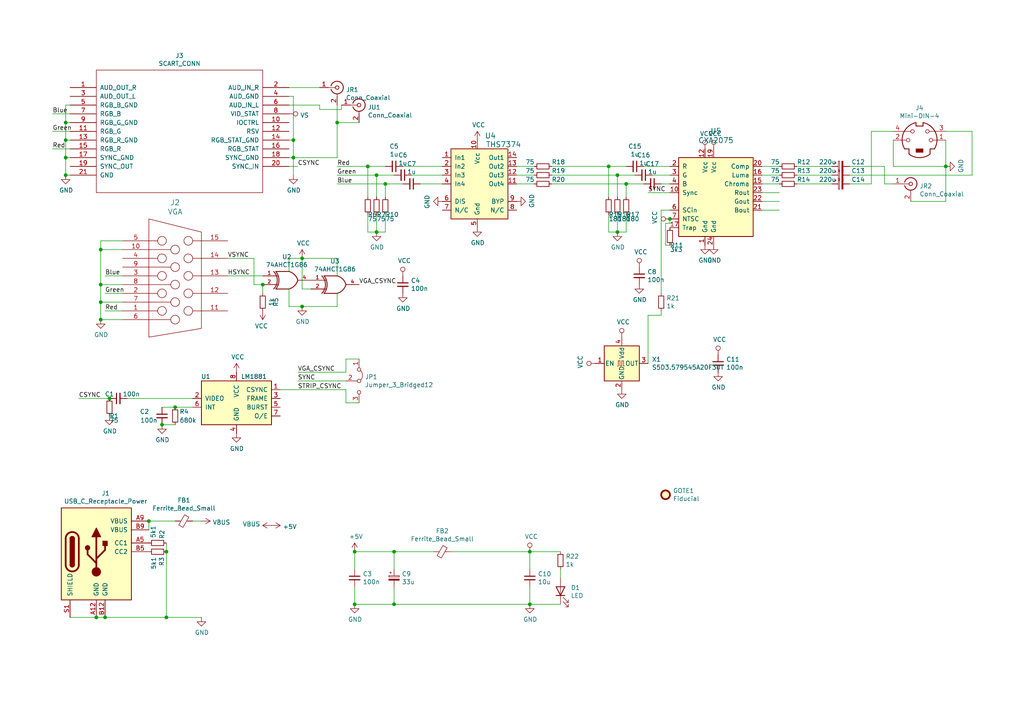
<source format=kicad_sch>
(kicad_sch (version 20231120) (generator "eeschema") (generator_version "8.0")
  (paper "A4")
  (title_block (title "VGA/SCART to NTSC converter") (date "2019-04-28") (rev "1") (company "Wakaba video") (comment 1 " "))
  (lib_symbols
    (symbol "rgbntsc-rescue:+5V-power" (power) (pin_names (offset 0))
      (property "Value" "+5V-power" (at 0 3.556 0))
      (symbol "+5V-power_1_1"
        (pin power_in line (at 0 0 90) (length 0) hide (name "+5V") (number "1"))
      )
    )
    (symbol "rgbntsc-rescue:74AHC1G86-74xGxx" (pin_names (offset 1.016))
      (property "Reference" "U" (at -2.54 3.81 0))
      (property "Value" "74AHC1G86-74xGxx" (at 0 -3.81 0))
      (symbol "74AHC1G86-74xGxx_1_1"
        (pin input line (at -7.62 1.27 0) (length 3.81) (name "~") (number "1"))
        (pin input line (at -7.62 -1.27 0) (length 3.81) (name "~") (number "2"))
        (pin power_in line (at 0 -2.54 270) (length 0) hide (name "GND") (number "3"))
        (pin output line (at 6.35 0 180) (length 3.81) (name "~") (number "4"))
        (pin power_in line (at 0 2.54 90) (length 0) hide (name "VCC") (number "5"))
      )
    )
    (symbol "rgbntsc-rescue:ASE-xxxMHz-Oscillator" (pin_names (offset 0.254))
      (property "Reference" "X" (at -5.08 6.35 0))
      (property "Value" "ASE-xxxMHz-Oscillator" (at 1.27 -6.35 0))
      (symbol "ASE-xxxMHz-Oscillator_1_1"
        (pin input line (at -7.62 0 0) (length 2.54) (name "EN") (number "1"))
        (pin power_in line (at 0 -7.62 90) (length 2.54) (name "GND") (number "2"))
        (pin output line (at 7.62 0 180) (length 2.54) (name "OUT") (number "3"))
        (pin power_in line (at 0 7.62 270) (length 2.54) (name "Vdd") (number "4"))
      )
    )
    (symbol "rgbntsc-rescue:CP_Small-Device" (pin_numbers hide) (pin_names (offset 0.254) hide)
      (property "Reference" "C" (at 0.254 1.778 0))
      (property "Value" "CP_Small-Device" (at 0.254 -2.032 0))
      (symbol "CP_Small-Device_1_1"
        (pin passive line (at 0 2.54 270) (length 1.8542) (name "~") (number "1"))
        (pin passive line (at 0 -2.54 90) (length 1.8542) (name "~") (number "2"))
      )
    )
    (symbol "rgbntsc-rescue:CXA2075-Videobits" (pin_names (offset 1.016))
      (property "Reference" "U" (at -3.81 6.35 0))
      (property "Value" "CXA2075-Videobits" (at 15.24 6.35 0))
      (symbol "CXA2075-Videobits_0_1"
        (pin power_in line (at 5.08 -20.32 90) (length 2.54) (name "Gnd") (number "1"))
        (pin input line (at -5.08 -5.08 0) (length 2.54) (name "Sync") (number "10"))
        (pin power_in line (at 5.08 7.62 270) (length 2.54) (name "Vcc") (number "12"))
        (pin output line (at 21.59 -2.54 180) (length 2.54) (name "Chroma") (number "15"))
        (pin output line (at 21.59 0 180) (length 2.54) (name "Luma") (number "16"))
        (pin input line (at -5.08 -15.24 0) (length 2.54) (name "Trap") (number "17"))
        (pin power_in line (at 7.62 7.62 270) (length 2.54) (name "Vcc") (number "19"))
        (pin input line (at -5.08 2.54 0) (length 2.54) (name "R") (number "2"))
        (pin output line (at 21.59 2.54 180) (length 2.54) (name "Comp") (number "20"))
        (pin output line (at 21.59 -10.16 180) (length 2.54) (name "Bout") (number "21"))
        (pin output line (at 21.59 -7.62 180) (length 2.54) (name "Gout") (number "22"))
        (pin output line (at 21.59 -5.08 180) (length 2.54) (name "Rout") (number "23"))
        (pin power_in line (at 7.62 -20.32 90) (length 2.54) (name "Gnd") (number "24"))
        (pin input line (at -5.08 0 0) (length 2.54) (name "G") (number "3"))
        (pin input line (at -5.08 -2.54 0) (length 2.54) (name "B") (number "4"))
        (pin input line (at -5.08 -10.16 0) (length 2.54) (name "SCin") (number "6"))
        (pin input line (at -5.08 -12.7 0) (length 2.54) (name "NTSC") (number "7"))
      )
    )
    (symbol "rgbntsc-rescue:C_Small-Device" (pin_numbers hide) (pin_names (offset 0.254) hide)
      (property "Reference" "C" (at 0.254 1.778 0))
      (property "Value" "C_Small-Device" (at 0.254 -2.032 0))
      (symbol "C_Small-Device_1_1"
        (pin passive line (at 0 2.54 270) (length 2.032) (name "~") (number "1"))
        (pin passive line (at 0 -2.54 90) (length 2.032) (name "~") (number "2"))
      )
    )
    (symbol "rgbntsc-rescue:Conn_Coaxial-Connector" (pin_names (offset 1.016) hide)
      (property "Reference" "J" (at 0.254 3.048 0))
      (property "Value" "Conn_Coaxial-Connector" (at 2.921 0 90))
      (symbol "Conn_Coaxial-Connector_1_1"
        (pin passive line (at -5.08 0 0) (length 2.54) (name "In") (number "1"))
        (pin passive line (at 0 -5.08 90) (length 2.54) (name "Ext") (number "2"))
      )
    )
    (symbol "rgbntsc-rescue:Ferrite_Bead_Small-Device" (pin_numbers hide) (pin_names (offset 0))
      (property "Reference" "FB" (at 1.905 1.27 0))
      (property "Value" "Ferrite_Bead_Small-Device" (at 1.905 -1.27 0))
      (symbol "Ferrite_Bead_Small-Device_1_1"
        (pin passive line (at 0 2.54 270) (length 1.27) (name "~") (number "1"))
        (pin passive line (at 0 -2.54 90) (length 1.27) (name "~") (number "2"))
      )
    )
    (symbol "rgbntsc-rescue:Fiducial-Mechanical"
      (property "Reference" "FID" (at 0 5.08 0))
      (property "Value" "Fiducial-Mechanical" (at 0 3.175 0))
    )
    (symbol "rgbntsc-rescue:GND-power" (power) (pin_names (offset 0))
      (property "Value" "GND-power" (at 0 -3.81 0))
      (symbol "GND-power_1_1"
        (pin power_in line (at 0 0 270) (length 0) hide (name "GND") (number "1"))
      )
    )
    (symbol "rgbntsc-rescue:Jumper_3_Bridged12-Jumper" (pin_names (offset 0) hide)
      (property "Reference" "JP" (at -2.54 -2.54 0))
      (property "Value" "Jumper_3_Bridged12-Jumper" (at 0 2.794 0))
      (symbol "Jumper_3_Bridged12-Jumper_1_1"
        (pin passive line (at -6.35 0 0) (length 2.54) (name "A") (number "1"))
        (pin input line (at 0 -3.81 90) (length 2.54) (name "C") (number "2"))
        (pin passive line (at 6.35 0 180) (length 2.54) (name "B") (number "3"))
      )
    )
    (symbol "rgbntsc-rescue:LED-Device" (pin_numbers hide) (pin_names (offset 1.016) hide)
      (property "Reference" "D" (at 0 2.54 0))
      (property "Value" "LED-Device" (at 0 -2.54 0))
      (symbol "LED-Device_1_1"
        (pin passive line (at -3.81 0 0) (length 2.54) (name "K") (number "1"))
        (pin passive line (at 3.81 0 180) (length 2.54) (name "A") (number "2"))
      )
    )
    (symbol "rgbntsc-rescue:LM1881-Video" (pin_names (offset 1.016))
      (property "Reference" "U" (at -8.89 8.89 0))
      (property "Value" "LM1881-Video" (at 6.35 8.89 0))
      (symbol "LM1881-Video_1_1"
        (pin output line (at 12.7 5.08 180) (length 2.54) (name "CSYNC") (number "1"))
        (pin input line (at -12.7 2.54 0) (length 2.54) (name "VIDEO") (number "2"))
        (pin output line (at 12.7 2.54 180) (length 2.54) (name "FRAME") (number "3"))
        (pin power_in line (at 0 -7.62 90) (length 2.54) (name "GND") (number "4"))
        (pin output line (at 12.7 0 180) (length 2.54) (name "BURST") (number "5"))
        (pin input line (at -12.7 0 0) (length 2.54) (name "INT") (number "6"))
        (pin output line (at 12.7 -2.54 180) (length 2.54) (name "O/E") (number "7"))
        (pin power_in line (at 0 10.16 270) (length 2.54) (name "VCC") (number "8"))
      )
    )
    (symbol "rgbntsc-rescue:Mini-DIN-4-Connector" (pin_names (offset 1.016))
      (property "Reference" "J" (at 0 6.35 0))
      (property "Value" "Mini-DIN-4-Connector" (at 0 -6.35 0))
      (symbol "Mini-DIN-4-Connector_1_1"
        (pin passive line (at 7.62 0 180) (length 2.54) (name "~") (number "1"))
        (pin passive line (at -7.62 0 0) (length 2.54) (name "~") (number "2"))
        (pin passive line (at 7.62 2.54 180) (length 2.54) (name "~") (number "3"))
        (pin passive line (at -7.62 2.54 0) (length 2.54) (name "~") (number "4"))
      )
    )
    (symbol "rgbntsc-rescue:R_Small-Device" (pin_numbers hide) (pin_names (offset 0.254) hide)
      (property "Reference" "R" (at 0.762 0.508 0))
      (property "Value" "R_Small-Device" (at 0.762 -1.016 0))
      (symbol "R_Small-Device_1_1"
        (pin passive line (at 0 2.54 270) (length 0.762) (name "~") (number "1"))
        (pin passive line (at 0 -2.54 90) (length 0.762) (name "~") (number "2"))
      )
    )
    (symbol "rgbntsc-rescue:SCART_CONN-ossc" (pin_names (offset 1.016))
      (property "Reference" "U" (at 0 -2.54 0))
      (property "Value" "SCART_CONN-ossc" (at 0 2.54 0))
      (symbol "SCART_CONN-ossc_1_1"
        (pin input line (at -31.75 12.7 0) (length 7.62) (name "AUD_OUT_R") (number "1"))
        (pin output line (at 31.75 2.54 180) (length 7.62) (name "IOCTRL") (number "10"))
        (pin output line (at -31.75 0 0) (length 7.62) (name "RGB_G") (number "11"))
        (pin output line (at 31.75 0 180) (length 7.62) (name "RSV") (number "12"))
        (pin power_in line (at -31.75 -2.54 0) (length 7.62) (name "RGB_R_GND") (number "13"))
        (pin power_in line (at 31.75 -2.54 180) (length 7.62) (name "RGB_STAT_GND") (number "14"))
        (pin output line (at -31.75 -5.08 0) (length 7.62) (name "RGB_R") (number "15"))
        (pin output line (at 31.75 -5.08 180) (length 7.62) (name "RGB_STAT") (number "16"))
        (pin output line (at -31.75 -7.62 0) (length 7.62) (name "SYNC_GND") (number "17"))
        (pin output line (at 31.75 -7.62 180) (length 7.62) (name "SYNC_GND") (number "18"))
        (pin input line (at -31.75 -10.16 0) (length 7.62) (name "SYNC_OUT") (number "19"))
        (pin output line (at 31.75 12.7 180) (length 7.62) (name "AUD_IN_R") (number "2"))
        (pin output line (at 31.75 -10.16 180) (length 7.62) (name "SYNC_IN") (number "20"))
        (pin power_in line (at -31.75 -12.7 0) (length 7.62) (name "GND") (number "21"))
        (pin input line (at -31.75 10.16 0) (length 7.62) (name "AUD_OUT_L") (number "3"))
        (pin power_in line (at 31.75 10.16 180) (length 7.62) (name "AUD_GND") (number "4"))
        (pin power_in line (at -31.75 7.62 0) (length 7.62) (name "RGB_B_GND") (number "5"))
        (pin output line (at 31.75 7.62 180) (length 7.62) (name "AUD_IN_L") (number "6"))
        (pin output line (at -31.75 5.08 0) (length 7.62) (name "RGB_B") (number "7"))
        (pin output line (at 31.75 5.08 180) (length 7.62) (name "VID_STAT") (number "8"))
        (pin power_in line (at -31.75 2.54 0) (length 7.62) (name "RGB_G_GND") (number "9"))
      )
    )
    (symbol "rgbntsc-rescue:THS7374-Videobits" (pin_names (offset 1.016))
      (property "Reference" "U" (at -3.81 6.35 0))
      (property "Value" "Videobits_THS7374" (at 6.35 6.35 0))
      (symbol "THS7374-Videobits_0_1"
        (pin input line (at -5.08 2.54 0) (length 2.54) (name "In1") (number "1"))
        (pin power_in line (at 5.08 7.62 270) (length 2.54) (name "Vcc") (number "10"))
        (pin output line (at 16.51 -5.08 180) (length 2.54) (name "Out4") (number "11"))
        (pin output line (at 16.51 -2.54 180) (length 2.54) (name "Out3") (number "12"))
        (pin output line (at 16.51 0 180) (length 2.54) (name "Out2") (number "13"))
        (pin output line (at 16.51 2.54 180) (length 2.54) (name "Out1") (number "14"))
        (pin input line (at -5.08 0 0) (length 2.54) (name "In2") (number "2"))
        (pin input line (at -5.08 -2.54 0) (length 2.54) (name "In3") (number "3"))
        (pin input line (at -5.08 -5.08 0) (length 2.54) (name "In4") (number "4"))
        (pin power_in line (at 5.08 -17.78 90) (length 2.54) (name "Gnd") (number "5"))
        (pin input line (at -5.08 -10.16 0) (length 2.54) (name "DIS") (number "6"))
        (pin passive line (at -5.08 -12.7 0) (length 2.54) (name "N/C") (number "7"))
        (pin passive line (at 16.51 -12.7 180) (length 2.54) (name "N/C") (number "8"))
        (pin input line (at 16.51 -10.16 180) (length 2.54) (name "BYP") (number "9"))
      )
    )
    (symbol "rgbntsc-rescue:USB_C_Receptacle_Power-Videobits" (pin_names (offset 1.016))
      (property "Reference" "J" (at -10.16 10.16 0))
      (property "Value" "USB_C_Receptacle_Power-Videobits" (at 19.05 10.16 0))
      (symbol "USB_C_Receptacle_Power-Videobits_1_1"
        (pin power_out line (at 0 -22.86 90) (length 5.08) (name "GND") (number "A12"))
        (pin bidirectional line (at 15.24 -1.27 180) (length 5.08) (name "CC1") (number "A5"))
        (pin power_out line (at 15.24 5.08 180) (length 5.08) (name "VBUS") (number "A9"))
        (pin power_out line (at 2.54 -22.86 90) (length 5.08) (name "GND") (number "B12"))
        (pin bidirectional line (at 15.24 -3.81 180) (length 5.08) (name "CC2") (number "B5"))
        (pin power_out line (at 15.24 2.54 180) (length 5.08) (name "VBUS") (number "B9"))
        (pin passive line (at -7.62 -22.86 90) (length 5.08) (name "SHIELD") (number "S1"))
      )
    )
    (symbol "rgbntsc-rescue:VBUS-power" (power) (pin_names (offset 0))
      (property "Value" "VBUS-power" (at 0 3.81 0))
      (symbol "VBUS-power_1_1"
        (pin power_in line (at 0 0 90) (length 0) hide (name "VBUS") (number "1"))
      )
    )
    (symbol "rgbntsc-rescue:VCC-converted" (power) (pin_names (offset 0))
      (property "Value" "VCC-converted" (at 0 3.81 0))
      (symbol "VCC-converted_1_1"
        (pin power_in line (at 0 0 90) (length 0) hide (name "VCC") (number "1"))
      )
    )
    (symbol "rgbntsc-rescue:VCC-power" (power) (pin_names (offset 0))
      (property "Value" "VCC-power" (at 0 3.81 0))
      (symbol "VCC-power_1_1"
        (pin power_in line (at 0 0 90) (length 0) hide (name "VCC") (number "1"))
      )
    )
    (symbol "rgbntsc-rescue:VGA-ossc" (pin_names (offset 0) hide)
      (property "Reference" "J" (at -6.35 20.32 0))
      (property "Value" "VGA-ossc" (at 0 -19.05 0))
      (symbol "VGA-ossc_1_1"
        (pin output line (at -15.24 -8.89 0) (length 7.62) (name "RED") (number "1"))
        (pin input line (at -15.24 8.89 0) (length 7.62) (name "GND_VSYNC") (number "10"))
        (pin input line (at 15.24 -8.89 180) (length 7.62) (name "ID0/RES") (number "11"))
        (pin input line (at 15.24 -3.81 180) (length 7.62) (name "ID1/SDA") (number "12"))
        (pin output line (at 15.24 1.27 180) (length 7.62) (name "HSYNC") (number "13"))
        (pin output line (at 15.24 6.35 180) (length 7.62) (name "VSYNC") (number "14"))
        (pin input line (at 15.24 11.43 180) (length 7.62) (name "ID3/SCL") (number "15"))
        (pin output line (at -15.24 -3.81 0) (length 7.62) (name "GREEN") (number "2"))
        (pin output line (at -15.24 1.27 0) (length 7.62) (name "BLUE") (number "3"))
        (pin input line (at -15.24 6.35 0) (length 7.62) (name "ID2/RES") (number "4"))
        (pin input line (at -15.24 11.43 0) (length 7.62) (name "GND_HSYNC") (number "5"))
        (pin input line (at -15.24 -11.43 0) (length 7.62) (name "RED_RTN") (number "6"))
        (pin input line (at -15.24 -6.35 0) (length 7.62) (name "GREEN_RTN") (number "7"))
        (pin input line (at -15.24 -1.27 0) (length 7.62) (name "BLUE_RTN") (number "8"))
        (pin input line (at -15.24 3.81 0) (length 7.62) (name "KEY/PWR") (number "9"))
      )
    )
    (symbol "rgbntsc-rescue:VS-power" (power) (pin_names (offset 0))
      (property "Value" "VS-power" (at 0 3.81 0))
      (symbol "VS-power_1_1"
        (pin power_in line (at 0 0 90) (length 0) hide (name "VS") (number "1"))
      )
    )
  )
  (junction (at 76.2 82.55))
  (junction (at 87.63 74.93))
  (junction (at 29.21 92.71))
  (junction (at 50.8 118.11))
  (junction (at 106.68 48.26))
  (junction (at 48.26 179.07))
  (junction (at 85.09 45.72))
  (junction (at 27.94 179.07))
  (junction (at 97.79 35.56))
  (junction (at 19.05 50.8))
  (junction (at 43.18 151.13))
  (junction (at 181.61 53.34))
  (junction (at 179.07 67.31))
  (junction (at 29.21 87.63))
  (junction (at 176.53 48.26))
  (junction (at 87.63 88.9))
  (junction (at 194.31 63.5))
  (junction (at 114.3 160.02))
  (junction (at 19.05 45.72))
  (junction (at 46.99 123.19))
  (junction (at 109.22 50.8))
  (junction (at 109.22 67.31))
  (junction (at 31.75 115.57))
  (junction (at 48.26 160.02))
  (junction (at 153.67 175.26))
  (junction (at 29.21 72.39))
  (junction (at 19.05 40.64))
  (junction (at 30.48 179.07))
  (junction (at 153.67 160.02))
  (junction (at 29.21 82.55))
  (junction (at 102.87 175.26))
  (junction (at 274.32 48.26))
  (junction (at 114.3 175.26))
  (junction (at 19.05 35.56))
  (junction (at 85.09 40.64))
  (junction (at 102.87 160.02))
  (junction (at 179.07 50.8))
  (junction (at 111.76 53.34))
  (wire (pts (xy 81.28 113.03) (xy 100.33 113.03)))
  (wire (pts (xy 29.21 82.55) (xy 35.56 82.55)))
  (wire (pts (xy 256.54 53.34) (xy 259.08 53.34)))
  (wire (pts (xy 100.33 116.84) (xy 100.33 113.03)))
  (wire (pts (xy 99.06 31.75) (xy 92.71 31.75)))
  (wire (pts (xy 109.22 62.23) (xy 109.22 67.31)))
  (wire (pts (xy 130.81 160.02) (xy 153.67 160.02)))
  (wire (pts (xy 259.08 48.26) (xy 259.08 40.64)))
  (wire (pts (xy 20.32 43.18) (xy 15.24 43.18)))
  (wire (pts (xy 100.33 107.95) (xy 100.33 104.14)))
  (wire (pts (xy 102.87 170.18) (xy 102.87 175.26)))
  (wire (pts (xy 102.87 175.26) (xy 114.3 175.26)))
  (wire (pts (xy 187.96 91.44) (xy 191.77 91.44)))
  (wire (pts (xy 274.32 40.64) (xy 274.32 48.26)))
  (wire (pts (xy 27.94 179.07) (xy 30.48 179.07)))
  (wire (pts (xy 29.21 87.63) (xy 35.56 87.63)))
  (wire (pts (xy 50.8 118.11) (xy 55.88 118.11)))
  (wire (pts (xy 46.99 118.11) (xy 50.8 118.11)))
  (wire (pts (xy 274.32 48.26) (xy 259.08 48.26)))
  (wire (pts (xy 193.04 64.77) (xy 193.04 71.12)))
  (wire (pts (xy 106.68 67.31) (xy 109.22 67.31)))
  (wire (pts (xy 48.26 179.07) (xy 58.42 179.07)))
  (wire (pts (xy 83.82 74.93) (xy 83.82 78.74)))
  (wire (pts (xy 76.2 82.55) (xy 76.2 85.09)))
  (wire (pts (xy 55.88 151.13) (xy 58.42 151.13)))
  (wire (pts (xy 109.22 57.15) (xy 109.22 50.8)))
  (wire (pts (xy 97.79 48.26) (xy 106.68 48.26)))
  (wire (pts (xy 19.05 50.8) (xy 20.32 50.8)))
  (wire (pts (xy 97.79 30.48) (xy 97.79 35.56)))
  (wire (pts (xy 160.02 48.26) (xy 176.53 48.26)))
  (wire (pts (xy 15.24 33.02) (xy 20.32 33.02)))
  (wire (pts (xy 97.79 35.56) (xy 97.79 45.72)))
  (wire (pts (xy 97.79 80.01) (xy 97.79 74.93)))
  (wire (pts (xy 29.21 69.85) (xy 29.21 72.39)))
  (wire (pts (xy 43.18 153.67) (xy 43.18 151.13)))
  (wire (pts (xy 231.14 53.34) (xy 241.3 53.34)))
  (wire (pts (xy 187.96 105.41) (xy 187.96 91.44)))
  (wire (pts (xy 87.63 88.9) (xy 97.79 88.9)))
  (wire (pts (xy 179.07 62.23) (xy 179.07 67.31)))
  (wire (pts (xy 19.05 45.72) (xy 20.32 45.72)))
  (wire (pts (xy 226.06 50.8) (xy 220.98 50.8)))
  (wire (pts (xy 181.61 53.34) (xy 186.69 53.34)))
  (wire (pts (xy 176.53 67.31) (xy 179.07 67.31)))
  (wire (pts (xy 252.73 53.34) (xy 252.73 38.1)))
  (wire (pts (xy 29.21 87.63) (xy 29.21 92.71)))
  (wire (pts (xy 86.36 48.26) (xy 83.82 48.26)))
  (wire (pts (xy 176.53 57.15) (xy 176.53 48.26)))
  (wire (pts (xy 162.56 165.1) (xy 162.56 167.64)))
  (wire (pts (xy 111.76 53.34) (xy 111.76 57.15)))
  (wire (pts (xy 97.79 53.34) (xy 111.76 53.34)))
  (wire (pts (xy 106.68 62.23) (xy 106.68 67.31)))
  (wire (pts (xy 19.05 45.72) (xy 19.05 50.8)))
  (wire (pts (xy 73.66 82.55) (xy 76.2 82.55)))
  (wire (pts (xy 114.3 170.18) (xy 114.3 175.26)))
  (wire (pts (xy 104.14 116.84) (xy 100.33 116.84)))
  (wire (pts (xy 86.36 107.95) (xy 100.33 107.95)))
  (wire (pts (xy 19.05 40.64) (xy 20.32 40.64)))
  (wire (pts (xy 274.32 58.42) (xy 274.32 48.26)))
  (wire (pts (xy 30.48 80.01) (xy 35.56 80.01)))
  (wire (pts (xy 106.68 57.15) (xy 106.68 48.26)))
  (wire (pts (xy 176.53 48.26) (xy 181.61 48.26)))
  (wire (pts (xy 92.71 31.75) (xy 92.71 30.48)))
  (wire (pts (xy 22.86 115.57) (xy 31.75 115.57)))
  (wire (pts (xy 66.04 80.01) (xy 76.2 80.01)))
  (wire (pts (xy 187.96 55.88) (xy 194.31 55.88)))
  (wire (pts (xy 111.76 53.34) (xy 116.84 53.34)))
  (wire (pts (xy 220.98 48.26) (xy 226.06 48.26)))
  (wire (pts (xy 162.56 175.26) (xy 153.67 175.26)))
  (wire (pts (xy 83.82 88.9) (xy 83.82 83.82)))
  (wire (pts (xy 97.79 88.9) (xy 97.79 85.09)))
  (wire (pts (xy 29.21 82.55) (xy 29.21 87.63)))
  (wire (pts (xy 109.22 50.8) (xy 97.79 50.8)))
  (wire (pts (xy 43.18 151.13) (xy 50.8 151.13)))
  (wire (pts (xy 87.63 74.93) (xy 97.79 74.93)))
  (wire (pts (xy 46.99 123.19) (xy 50.8 123.19)))
  (wire (pts (xy 194.31 53.34) (xy 191.77 53.34)))
  (wire (pts (xy 97.79 45.72) (xy 85.09 45.72)))
  (wire (pts (xy 85.09 40.64) (xy 85.09 27.94)))
  (wire (pts (xy 220.98 53.34) (xy 226.06 53.34)))
  (wire (pts (xy 29.21 92.71) (xy 35.56 92.71)))
  (wire (pts (xy 109.22 50.8) (xy 114.3 50.8)))
  (wire (pts (xy 20.32 35.56) (xy 19.05 35.56)))
  (wire (pts (xy 154.94 50.8) (xy 149.86 50.8)))
  (wire (pts (xy 153.67 170.18) (xy 153.67 175.26)))
  (wire (pts (xy 99.06 30.48) (xy 99.06 31.75)))
  (wire (pts (xy 83.82 88.9) (xy 87.63 88.9)))
  (wire (pts (xy 85.09 40.64) (xy 83.82 40.64)))
  (wire (pts (xy 19.05 40.64) (xy 19.05 45.72)))
  (wire (pts (xy 29.21 72.39) (xy 29.21 82.55)))
  (wire (pts (xy 48.26 157.48) (xy 48.26 160.02)))
  (wire (pts (xy 162.56 160.02) (xy 153.67 160.02)))
  (wire (pts (xy 109.22 67.31) (xy 111.76 67.31)))
  (wire (pts (xy 231.14 50.8) (xy 241.3 50.8)))
  (wire (pts (xy 102.87 160.02) (xy 114.3 160.02)))
  (wire (pts (xy 85.09 45.72) (xy 83.82 45.72)))
  (wire (pts (xy 264.16 58.42) (xy 274.32 58.42)))
  (wire (pts (xy 191.77 60.96) (xy 194.31 60.96)))
  (wire (pts (xy 87.63 83.82) (xy 87.63 74.93)))
  (wire (pts (xy 246.38 48.26) (xy 256.54 48.26)))
  (wire (pts (xy 153.67 160.02) (xy 153.67 165.1)))
  (wire (pts (xy 149.86 48.26) (xy 154.94 48.26)))
  (wire (pts (xy 35.56 90.17) (xy 30.48 90.17)))
  (wire (pts (xy 116.84 48.26) (xy 128.27 48.26)))
  (wire (pts (xy 220.98 55.88) (xy 226.06 55.88)))
  (wire (pts (xy 66.04 74.93) (xy 73.66 74.93)))
  (wire (pts (xy 85.09 45.72) (xy 85.09 40.64)))
  (wire (pts (xy 194.31 50.8) (xy 189.23 50.8)))
  (wire (pts (xy 36.83 115.57) (xy 55.88 115.57)))
  (wire (pts (xy 92.71 30.48) (xy 83.82 30.48)))
  (wire (pts (xy 104.14 35.56) (xy 97.79 35.56)))
  (wire (pts (xy 246.38 53.34) (xy 252.73 53.34)))
  (wire (pts (xy 19.05 35.56) (xy 19.05 40.64)))
  (wire (pts (xy 20.32 179.07) (xy 27.94 179.07)))
  (wire (pts (xy 119.38 50.8) (xy 128.27 50.8)))
  (wire (pts (xy 83.82 25.4) (xy 92.71 25.4)))
  (wire (pts (xy 186.69 48.26) (xy 194.31 48.26)))
  (wire (pts (xy 181.61 53.34) (xy 181.61 57.15)))
  (wire (pts (xy 220.98 60.96) (xy 226.06 60.96)))
  (wire (pts (xy 90.17 83.82) (xy 87.63 83.82)))
  (wire (pts (xy 281.94 38.1) (xy 274.32 38.1)))
  (wire (pts (xy 231.14 48.26) (xy 241.3 48.26)))
  (wire (pts (xy 19.05 30.48) (xy 20.32 30.48)))
  (wire (pts (xy 179.07 67.31) (xy 181.61 67.31)))
  (wire (pts (xy 100.33 110.49) (xy 86.36 110.49)))
  (wire (pts (xy 191.77 91.44) (xy 191.77 90.17)))
  (wire (pts (xy 100.33 104.14) (xy 104.14 104.14)))
  (wire (pts (xy 181.61 67.31) (xy 181.61 62.23)))
  (wire (pts (xy 73.66 74.93) (xy 73.66 82.55)))
  (wire (pts (xy 191.77 85.09) (xy 191.77 60.96)))
  (wire (pts (xy 106.68 48.26) (xy 111.76 48.26)))
  (wire (pts (xy 87.63 74.93) (xy 83.82 74.93)))
  (wire (pts (xy 149.86 53.34) (xy 154.94 53.34)))
  (wire (pts (xy 35.56 69.85) (xy 29.21 69.85)))
  (wire (pts (xy 114.3 165.1) (xy 114.3 160.02)))
  (wire (pts (xy 226.06 58.42) (xy 220.98 58.42)))
  (wire (pts (xy 160.02 50.8) (xy 179.07 50.8)))
  (wire (pts (xy 281.94 50.8) (xy 281.94 38.1)))
  (wire (pts (xy 193.04 64.77) (xy 194.31 64.77)))
  (wire (pts (xy 160.02 53.34) (xy 181.61 53.34)))
  (wire (pts (xy 19.05 35.56) (xy 19.05 30.48)))
  (wire (pts (xy 85.09 27.94) (xy 83.82 27.94)))
  (wire (pts (xy 194.31 71.12) (xy 193.04 71.12)))
  (wire (pts (xy 256.54 48.26) (xy 256.54 53.34)))
  (wire (pts (xy 114.3 175.26) (xy 153.67 175.26)))
  (wire (pts (xy 246.38 50.8) (xy 281.94 50.8)))
  (wire (pts (xy 111.76 67.31) (xy 111.76 62.23)))
  (wire (pts (xy 128.27 53.34) (xy 121.92 53.34)))
  (wire (pts (xy 102.87 160.02) (xy 102.87 165.1)))
  (wire (pts (xy 30.48 85.09) (xy 35.56 85.09)))
  (wire (pts (xy 48.26 160.02) (xy 48.26 179.07)))
  (wire (pts (xy 15.24 38.1) (xy 20.32 38.1)))
  (wire (pts (xy 179.07 50.8) (xy 184.15 50.8)))
  (wire (pts (xy 85.09 50.8) (xy 85.09 45.72)))
  (wire (pts (xy 252.73 38.1) (xy 259.08 38.1)))
  (wire (pts (xy 176.53 62.23) (xy 176.53 67.31)))
  (wire (pts (xy 114.3 160.02) (xy 125.73 160.02)))
  (wire (pts (xy 179.07 57.15) (xy 179.07 50.8)))
  (wire (pts (xy 30.48 179.07) (xy 48.26 179.07)))
  (wire (pts (xy 29.21 72.39) (xy 35.56 72.39)))
  (wire (pts (xy 194.31 64.77) (xy 194.31 63.5)))
  (label "Blue" (at 15.24 33.02 0))
  (label "CSYNC" (at 86.36 48.26 0))
  (label "Red" (at 15.24 43.18 0))
  (label "Green" (at 15.24 38.1 0))
  (label "Green" (at 30.48 85.09 0))
  (label "HSYNC" (at 66.04 80.01 0))
  (label "Green" (at 97.79 50.8 0))
  (label "Red" (at 97.79 48.26 0))
  (label "Blue" (at 30.48 80.01 0))
  (label "Red" (at 30.48 90.17 0))
  (label "SYNC" (at 187.96 55.88 0))
  (label "Blue" (at 97.79 53.34 0))
  (label "VGA_CSYNC" (at 104.14 82.55 0))
  (label "SYNC" (at 86.36 110.49 0))
  (label "CSYNC" (at 22.86 115.57 0))
  (label "VGA_CSYNC" (at 86.36 107.95 0))
  (label "STRIP_CSYNC" (at 86.36 113.03 0))
  (label "VSYNC" (at 66.04 74.93 0))
  (symbol (lib_id "rgbntsc-rescue:GND-power") (at 109.22 67.31 0) (unit 1)
    (property "Reference" "#PWR021" (effects (hide yes)))
    (property "Value" "GND" (at 109.347 71.7042 0))
  )
  (symbol (lib_id "rgbntsc-rescue:C_Small-Device") (at 114.3 48.26 270) (unit 1)
    (property "Reference" "C5" (at 114.3 42.4434 90))
    (property "Value" "1u" (at 114.3 44.7548 90))
    (property "Footprint" "Capacitor_SMD:C_0805_2012Metric" (effects (hide yes)))
    (property "LCSC" "C28323" (effects (hide yes)))
  )
  (symbol (lib_id "rgbntsc-rescue:GND-power") (at 102.87 175.26 0) (unit 1)
    (property "Reference" "#PWR017" (effects (hide yes)))
    (property "Value" "GND" (at 102.997 179.6542 0))
  )
  (symbol (lib_id "rgbntsc-rescue:GND-power") (at 153.67 175.26 0) (unit 1)
    (property "Reference" "#PWR028" (effects (hide yes)))
    (property "Value" "GND" (at 153.797 179.6542 0))
  )
  (symbol (lib_id "rgbntsc-rescue:R_Small-Device") (at 111.76 59.69 0) (unit 1)
    (property "Reference" "R10" (at 111.76 62.23 0) (effects (justify left)))
    (property "Value" "75" (at 111.76 63.5 0) (effects (justify left)))
    (property "Footprint" "Resistor_SMD:R_0805_2012Metric" (effects (hide yes)))
    (property "LCSC" "C20638" (effects (hide yes)))
  )
  (symbol (lib_id "rgbntsc-rescue:CP_Small-Device") (at 114.3 167.64 0) (unit 1)
    (property "Reference" "C9" (at 116.5352 166.4716 0) (effects (justify left)))
    (property "Value" "33u" (at 116.5352 168.783 0) (effects (justify left)))
    (property "Footprint" "Capacitor_SMD:CP_Elec_6.3x7.7" (effects (hide yes)))
    (property "LCSC" "C127970" (effects (hide yes)))
  )
  (symbol (lib_id "rgbntsc-rescue:GND-power") (at 85.09 50.8 0) (unit 1)
    (property "Reference" "#PWR013" (effects (hide yes)))
    (property "Value" "GND" (at 85.217 55.1942 0))
  )
  (symbol (lib_id "rgbntsc-rescue:R_Small-Device") (at 45.72 160.02 270) (unit 1)
    (property "Reference" "R3" (at 46.8884 161.5186 0) (effects (justify left)))
    (property "Value" "5k1" (at 44.577 161.5186 0) (effects (justify left)))
    (property "Footprint" "Resistor_SMD:R_0805_2012Metric" (effects (hide yes)))
    (property "LCSC" "C27834" (effects (hide yes)))
  )
  (symbol (lib_id "rgbntsc-rescue:R_Small-Device") (at 45.72 157.48 270) (unit 1)
    (property "Reference" "R2" (at 46.99 153.67 0) (effects (justify left)))
    (property "Value" "5k1" (at 44.45 152.4 0) (effects (justify left)))
    (property "Footprint" "Resistor_SMD:R_0805_2012Metric" (effects (hide yes)))
    (property "LCSC" "C27834" (effects (hide yes)))
  )
  (symbol (lib_id "rgbntsc-rescue:VBUS-power") (at 58.42 151.13 270) (unit 1)
    (property "Reference" "#PWR05" (effects (hide yes)))
    (property "Value" "VBUS" (at 61.6712 151.511 90) (effects (justify left)))
  )
  (symbol (lib_id "rgbntsc-rescue:C_Small-Device") (at 102.87 167.64 0) (unit 1)
    (property "Reference" "C3" (at 105.2068 166.4716 0) (effects (justify left)))
    (property "Value" "100n" (at 105.2068 168.783 0) (effects (justify left)))
    (property "Footprint" "Capacitor_SMD:C_0805_2012Metric" (effects (hide yes)))
    (property "LCSC" "C49678" (effects (hide yes)))
  )
  (symbol (lib_id "rgbntsc-rescue:VGA-ossc") (at 50.8 81.28 0) (unit 1)
    (property "Reference" "J2" (at 50.8 58.7502 0) (effects (font (size 1.524 1.524))))
    (property "Value" "VGA" (at 50.8 61.4426 0) (effects (font (size 1.524 1.524))))
    (property "Footprint" "custom_components:VGA_CONN" (effects (hide yes)))
    (property "LCSC" "NOT FITTED" (effects (hide yes)))
  )
  (symbol (lib_id "rgbntsc-rescue:VCC-power") (at 116.84 80.01 0) (unit 1)
    (property "Reference" "#PWR018" (effects (hide yes)))
    (property "Value" "VCC" (at 117.2718 75.6158 0))
  )
  (symbol (lib_id "rgbntsc-rescue:GND-power") (at 116.84 85.09 0) (unit 1)
    (property "Reference" "#PWR019" (effects (hide yes)))
    (property "Value" "GND" (at 116.967 89.4842 0))
  )
  (symbol (lib_id "rgbntsc-rescue:C_Small-Device") (at 116.84 82.55 0) (unit 1)
    (property "Reference" "C4" (at 119.1768 81.3816 0) (effects (justify left)))
    (property "Value" "100n" (at 119.1768 83.693 0) (effects (justify left)))
    (property "Footprint" "Capacitor_SMD:C_0805_2012Metric" (effects (hide yes)))
    (property "LCSC" "C49678" (effects (hide yes)))
  )
  (symbol (lib_id "rgbntsc-rescue:VCC-power") (at 185.42 77.47 0) (unit 1)
    (property "Reference" "#PWR024" (effects (hide yes)))
    (property "Value" "VCC" (at 185.8518 73.0758 0))
  )
  (symbol (lib_id "rgbntsc-rescue:GND-power") (at 185.42 82.55 0) (unit 1)
    (property "Reference" "#PWR025" (effects (hide yes)))
    (property "Value" "GND" (at 185.547 86.9442 0))
  )
  (symbol (lib_id "rgbntsc-rescue:C_Small-Device") (at 185.42 80.01 0) (unit 1)
    (property "Reference" "C8" (at 187.7568 78.8416 0) (effects (justify left)))
    (property "Value" "100n" (at 187.7568 81.153 0) (effects (justify left)))
    (property "Footprint" "Capacitor_SMD:C_0805_2012Metric" (effects (hide yes)))
    (property "LCSC" "C49678" (effects (hide yes)))
  )
  (symbol (lib_id "rgbntsc-rescue:+5V-power") (at 78.74 152.4 270) (unit 1)
    (property "Reference" "#PWR010" (effects (hide yes)))
    (property "Value" "+5V" (at 81.9912 152.781 90) (effects (justify left)))
  )
  (symbol (lib_id "rgbntsc-rescue:VBUS-power") (at 78.74 152.4 90) (unit 1)
    (property "Reference" "#PWR011" (effects (hide yes)))
    (property "Value" "VBUS" (at 75.4888 152.019 90) (effects (justify left)))
  )
  (symbol (lib_id "rgbntsc-rescue:LM1881-Video") (at 68.58 118.11 0) (unit 1)
    (property "Reference" "U1" (at 59.69 109.22 0))
    (property "Value" "LM1881" (at 73.66 109.22 0))
    (property "Footprint" "Package_SO:SOIC-8_3.9x4.9mm_P1.27mm" (effects (hide yes)))
    (property "LCSC" "NOT FITTED" (effects (hide yes)))
  )
  (symbol (lib_id "rgbntsc-rescue:VCC-converted") (at 68.58 107.95 0) (unit 1)
    (property "Reference" "#PWR07" (effects (hide yes)))
    (property "Value" "VCC" (at 68.961 103.5558 0))
  )
  (symbol (lib_id "rgbntsc-rescue:GND-power") (at 31.75 120.65 0) (unit 1)
    (property "Reference" "#PWR03" (effects (hide yes)))
    (property "Value" "GND" (at 31.877 125.0442 0))
  )
  (symbol (lib_id "rgbntsc-rescue:Conn_Coaxial-Connector") (at 97.79 25.4 0) (unit 1)
    (property "Reference" "JR1" (at 100.33 26.035 0) (effects (justify left)))
    (property "Value" "Conn_Coaxial" (at 100.33 28.3464 0) (effects (justify left)))
    (property "Footprint" "videobits:Cheapo_RCA_single_edge" (effects (hide yes)))
    (property "Datasheet" " ~" (effects (hide yes)))
    (property "LCSC" "NOT FITTED" (effects (hide yes)))
  )
  (symbol (lib_id "rgbntsc-rescue:Conn_Coaxial-Connector") (at 104.14 30.48 0) (unit 1)
    (property "Reference" "JU1" (at 106.68 31.115 0) (effects (justify left)))
    (property "Value" "Conn_Coaxial" (at 106.68 33.4264 0) (effects (justify left)))
    (property "Footprint" "videobits:Cheapo_RCA_single_edge" (effects (hide yes)))
    (property "Datasheet" " ~" (effects (hide yes)))
    (property "LCSC" "NOT FITTED" (effects (hide yes)))
  )
  (symbol (lib_id "rgbntsc-rescue:VCC-power") (at 194.31 63.5 90) (unit 1)
    (property "Reference" "#PWR026" (effects (hide yes)))
    (property "Value" "VCC" (at 189.9158 63.0682 0))
  )
  (symbol (lib_id "rgbntsc-rescue:Mini-DIN-4-Connector") (at 266.7 40.64 0) (unit 1)
    (property "Reference" "J4" (at 266.7 31.3182 0))
    (property "Value" "Mini-DIN-4" (at 266.7 33.6296 0))
    (property "Footprint" "videobits:CUI_MD-40SM" (effects (hide yes)))
    (property "Datasheet" "http://service.powerdynamics.com/ec/Catalog17/Section%2011.pdf" (effects (hide yes)))
    (property "LCSC" "NOT FITTED" (effects (hide yes)))
  )
  (symbol (lib_id "rgbntsc-rescue:Conn_Coaxial-Connector") (at 264.16 53.34 0) (unit 1)
    (property "Reference" "JR2" (at 266.7 53.975 0) (effects (justify left)))
    (property "Value" "Conn_Coaxial" (at 266.7 56.2864 0) (effects (justify left)))
    (property "Footprint" "videobits:Cheapo_RCA_single_edge" (effects (hide yes)))
    (property "Datasheet" " ~" (effects (hide yes)))
    (property "LCSC" "NOT FITTED" (effects (hide yes)))
  )
  (symbol (lib_id "rgbntsc-rescue:R_Small-Device") (at 228.6 48.26 270) (unit 1)
    (property "Reference" "R12" (at 231.14 46.99 90) (effects (justify left)))
    (property "Value" "75" (at 223.52 46.99 90) (effects (justify left)))
    (property "Footprint" "Resistor_SMD:R_0805_2012Metric" (effects (hide yes)))
    (property "LCSC" "C20638" (effects (hide yes)))
  )
  (symbol (lib_id "rgbntsc-rescue:GND-power") (at 204.47 71.12 0) (unit 1)
    (property "Reference" "#PWR030" (effects (hide yes)))
    (property "Value" "GND" (at 204.597 75.5142 0))
  )
  (symbol (lib_id "rgbntsc-rescue:GND-power") (at 207.01 71.12 0) (unit 1)
    (property "Reference" "#PWR032" (effects (hide yes)))
    (property "Value" "GND" (at 207.137 75.5142 0))
  )
  (symbol (lib_id "rgbntsc-rescue:GND-power") (at 274.32 48.26 90) (unit 1)
    (property "Reference" "#PWR035" (effects (hide yes)))
    (property "Value" "GND" (at 278.7142 48.133 0))
  )
  (symbol (lib_id "rgbntsc-rescue:VCC-power") (at 204.47 43.18 0) (unit 1)
    (property "Reference" "#PWR029" (effects (hide yes)))
    (property "Value" "VCC" (at 204.9018 38.7858 0))
  )
  (symbol (lib_id "rgbntsc-rescue:VCC-power") (at 207.01 43.18 0) (unit 1)
    (property "Reference" "#PWR031" (effects (hide yes)))
    (property "Value" "VCC" (at 207.4418 38.7858 0))
  )
  (symbol (lib_id "rgbntsc-rescue:R_Small-Device") (at 228.6 50.8 270) (unit 1)
    (property "Reference" "R13" (at 231.14 49.53 90) (effects (justify left)))
    (property "Value" "75" (at 223.52 49.53 90) (effects (justify left)))
    (property "Footprint" "Resistor_SMD:R_0805_2012Metric" (effects (hide yes)))
    (property "LCSC" "C20638" (effects (hide yes)))
  )
  (symbol (lib_id "rgbntsc-rescue:R_Small-Device") (at 228.6 53.34 270) (unit 1)
    (property "Reference" "R14" (at 231.14 52.07 90) (effects (justify left)))
    (property "Value" "75" (at 223.52 52.07 90) (effects (justify left)))
    (property "Footprint" "Resistor_SMD:R_0805_2012Metric" (effects (hide yes)))
    (property "LCSC" "C20638" (effects (hide yes)))
  )
  (symbol (lib_id "rgbntsc-rescue:ASE-xxxMHz-Oscillator") (at 180.34 105.41 0) (unit 1)
    (property "Reference" "X1" (at 189.0776 104.2416 0) (effects (justify left)))
    (property "Value" "S5D3.579545A20F30T" (at 189.0776 106.553 0) (effects (justify left)))
    (property "Footprint" "Oscillator:Oscillator_SMD_EuroQuartz_XO53-4Pin_5.0x3.2mm" (effects (hide yes)))
    (property "Datasheet" "https://datasheet.lcsc.com/lcsc/2204281530_Shenzhen-SCTF-Elec-S5D3-579545A20F30T_C387187.pdf" (effects (hide yes)))
    (property "LCSC" "C387187" (effects (hide yes)))
  )
  (symbol (lib_id "rgbntsc-rescue:VCC-power") (at 180.34 97.79 0) (unit 1)
    (property "Reference" "#PWR022" (effects (hide yes)))
    (property "Value" "VCC" (at 180.7718 93.3958 0))
  )
  (symbol (lib_id "rgbntsc-rescue:GND-power") (at 180.34 113.03 0) (unit 1)
    (property "Reference" "#PWR023" (effects (hide yes)))
    (property "Value" "GND" (at 180.467 117.4242 0))
  )
  (symbol (lib_id "rgbntsc-rescue:VCC-power") (at 172.72 105.41 90) (unit 1)
    (property "Reference" "#PWR020" (effects (hide yes)))
    (property "Value" "VCC" (at 168.3258 104.9782 0))
  )
  (symbol (lib_id "rgbntsc-rescue:VCC-power") (at 208.28 102.87 0) (unit 1)
    (property "Reference" "#PWR033" (effects (hide yes)))
    (property "Value" "VCC" (at 208.7118 98.4758 0))
  )
  (symbol (lib_id "rgbntsc-rescue:GND-power") (at 208.28 107.95 0) (unit 1)
    (property "Reference" "#PWR034" (effects (hide yes)))
    (property "Value" "GND" (at 208.407 112.3442 0))
  )
  (symbol (lib_id "rgbntsc-rescue:C_Small-Device") (at 208.28 105.41 0) (unit 1)
    (property "Reference" "C11" (at 210.6168 104.2416 0) (effects (justify left)))
    (property "Value" "100n" (at 210.6168 106.553 0) (effects (justify left)))
    (property "Footprint" "Capacitor_SMD:C_0805_2012Metric" (effects (hide yes)))
    (property "LCSC" "C49678" (effects (hide yes)))
  )
  (symbol (lib_id "rgbntsc-rescue:CXA2075-Videobits") (at 199.39 50.8 0) (unit 1)
    (property "Reference" "U5" (at 207.645 38.0238 0) (effects (font (size 1.524 1.524))))
    (property "Value" "CXA2075" (at 207.645 40.7162 0) (effects (font (size 1.524 1.524))))
    (property "Footprint" "Package_SO:SO-24_5.3x15mm_P1.27mm" (effects (hide yes)))
    (property "LCSC" "NOT FITTED" (effects (hide yes)))
  )
  (symbol (lib_id "rgbntsc-rescue:R_Small-Device") (at 194.31 68.58 0) (unit 1)
    (property "Reference" "R11" (at 194.31 71.12 0) (effects (justify left)))
    (property "Value" "3k3" (at 194.31 72.39 0) (effects (justify left)))
    (property "Footprint" "Resistor_SMD:R_0805_2012Metric" (effects (hide yes)))
    (property "LCSC" "C26010" (effects (hide yes)))
  )
  (symbol (lib_id "rgbntsc-rescue:C_Small-Device") (at 116.84 50.8 270) (unit 1)
    (property "Reference" "C6" (at 116.84 44.9834 90))
    (property "Value" "1u" (at 116.84 47.2948 90))
    (property "Footprint" "Capacitor_SMD:C_0805_2012Metric" (effects (hide yes)))
    (property "LCSC" "C28323" (effects (hide yes)))
  )
  (symbol (lib_id "rgbntsc-rescue:C_Small-Device") (at 119.38 53.34 270) (unit 1)
    (property "Reference" "C7" (at 119.38 47.5234 90))
    (property "Value" "1u" (at 119.38 49.8348 90))
    (property "Footprint" "Capacitor_SMD:C_0805_2012Metric" (effects (hide yes)))
    (property "LCSC" "C28323" (effects (hide yes)))
  )
  (symbol (lib_id "rgbntsc-rescue:VCC-power") (at 153.67 160.02 0) (unit 1)
    (property "Reference" "#PWR027" (effects (hide yes)))
    (property "Value" "VCC" (at 154.1018 155.6258 0))
  )
  (symbol (lib_id "rgbntsc-rescue:+5V-power") (at 102.87 160.02 0) (unit 1)
    (property "Reference" "#PWR016" (effects (hide yes)))
    (property "Value" "+5V" (at 103.251 155.6258 0))
  )
  (symbol (lib_id "rgbntsc-rescue:R_Small-Device") (at 106.68 59.69 0) (unit 1)
    (property "Reference" "R6" (at 106.68 62.23 0) (effects (justify left)))
    (property "Value" "75" (at 106.68 63.5 0) (effects (justify left)))
    (property "Footprint" "Resistor_SMD:R_0805_2012Metric" (effects (hide yes)))
    (property "LCSC" "C20638" (effects (hide yes)))
  )
  (symbol (lib_id "rgbntsc-rescue:R_Small-Device") (at 109.22 59.69 0) (unit 1)
    (property "Reference" "R7" (at 109.22 62.23 0) (effects (justify left)))
    (property "Value" "75" (at 109.22 63.5 0) (effects (justify left)))
    (property "Footprint" "Resistor_SMD:R_0805_2012Metric" (effects (hide yes)))
    (property "LCSC" "C20638" (effects (hide yes)))
  )
  (symbol (lib_id "rgbntsc-rescue:SCART_CONN-ossc") (at 52.07 38.1 0) (unit 1)
    (property "Reference" "J3" (at 52.07 16.129 0))
    (property "Value" "SCART_CONN" (at 52.07 18.4404 0))
    (property "Footprint" "custom_components:SCART_CONN" (effects (hide yes)))
    (property "LCSC" "NOT FITTED" (effects (hide yes)))
  )
  (symbol (lib_id "rgbntsc-rescue:GND-power") (at 19.05 50.8 0) (unit 1)
    (property "Reference" "#PWR01" (effects (hide yes)))
    (property "Value" "GND" (at 19.177 55.1942 0))
  )
  (symbol (lib_id "rgbntsc-rescue:USB_C_Receptacle_Power-Videobits") (at 27.94 156.21 0) (unit 1)
    (property "Reference" "J1" (at 30.6578 143.0782 0))
    (property "Value" "USB_C_Receptacle_Power" (at 30.6578 145.3896 0))
    (property "Footprint" "videobits:USB_C_Receptacle_Generic_Power_Only" (effects (hide yes)))
    (property "Datasheet" "https://www.usb.org/sites/default/files/documents/usb_type-c.zip" (effects (hide yes)))
    (property "LCSC" "NOT FITTED" (effects (hide yes)))
  )
  (symbol (lib_id "rgbntsc-rescue:GND-power") (at 58.42 179.07 0) (unit 1)
    (property "Reference" "#PWR06" (effects (hide yes)))
    (property "Value" "GND" (at 58.547 183.4642 0))
  )
  (symbol (lib_id "rgbntsc-rescue:VS-power") (at 83.82 33.02 270) (unit 1)
    (property "Reference" "#PWR012" (effects (hide yes)))
    (property "Value" "VS" (at 87.0712 33.4518 90) (effects (justify left)))
  )
  (symbol (lib_id "rgbntsc-rescue:C_Small-Device") (at 153.67 167.64 0) (unit 1)
    (property "Reference" "C10" (at 156.0068 166.4716 0) (effects (justify left)))
    (property "Value" "10u" (at 156.0068 168.783 0) (effects (justify left)))
    (property "Footprint" "Capacitor_SMD:C_0805_2012Metric" (effects (hide yes)))
    (property "LCSC" "C15850" (effects (hide yes)))
  )
  (symbol (lib_id "rgbntsc-rescue:GND-power") (at 29.21 92.71 0) (unit 1)
    (property "Reference" "#PWR02" (effects (hide yes)))
    (property "Value" "GND" (at 29.337 97.1042 0))
  )
  (symbol (lib_id "rgbntsc-rescue:C_Small-Device") (at 34.29 115.57 90) (unit 1)
    (property "Reference" "C1" (at 31.75 114.3 90))
    (property "Value" "100n" (at 38.1 114.3 90))
    (property "Footprint" "Capacitor_SMD:C_0805_2012Metric" (effects (hide yes)))
    (property "LCSC" "C49678" (effects (hide yes)))
  )
  (symbol (lib_id "rgbntsc-rescue:R_Small-Device") (at 31.75 118.11 0) (unit 1)
    (property "Reference" "R1" (at 31.75 120.65 0) (effects (justify left)))
    (property "Value" "75" (at 31.75 121.92 0) (effects (justify left)))
    (property "Footprint" "Resistor_SMD:R_0805_2012Metric" (effects (hide yes)))
    (property "LCSC" "C20638" (effects (hide yes)))
  )
  (symbol (lib_id "rgbntsc-rescue:R_Small-Device") (at 50.8 120.65 0) (unit 1)
    (property "Reference" "R4" (at 52.07 119.38 0) (effects (justify left)))
    (property "Value" "680k" (at 52.07 121.92 0) (effects (justify left)))
    (property "Footprint" "Resistor_SMD:R_0805_2012Metric" (effects (hide yes)))
    (property "LCSC" "C17797" (effects (hide yes)))
  )
  (symbol (lib_id "rgbntsc-rescue:C_Small-Device") (at 46.99 120.65 0) (unit 1)
    (property "Reference" "C2" (at 41.91 119.38 0))
    (property "Value" "100n" (at 43.18 121.92 0))
    (property "Footprint" "Capacitor_SMD:C_0805_2012Metric" (effects (hide yes)))
    (property "LCSC" "C49678" (effects (hide yes)))
  )
  (symbol (lib_id "rgbntsc-rescue:GND-power") (at 68.58 125.73 0) (unit 1)
    (property "Reference" "#PWR08" (effects (hide yes)))
    (property "Value" "GND" (at 68.707 130.1242 0))
  )
  (symbol (lib_id "rgbntsc-rescue:GND-power") (at 46.99 123.19 0) (unit 1)
    (property "Reference" "#PWR04" (effects (hide yes)))
    (property "Value" "GND" (at 47.117 127.5842 0))
  )
  (symbol (lib_id "rgbntsc-rescue:Fiducial-Mechanical") (at 193.04 143.51 0) (unit 1)
    (property "Reference" "GOTE1" (at 195.199 142.3416 0) (effects (justify left)))
    (property "Value" "Fiducial" (at 195.199 144.653 0) (effects (justify left)))
    (property "Footprint" "videobits:uwuriel" (effects (hide yes)))
    (property "LCSC" "NOT FITTED" (effects (hide yes)))
  )
  (symbol (lib_id "rgbntsc-rescue:74AHC1G86-74xGxx") (at 83.82 81.28 0) (unit 1)
    (property "Reference" "U2" (at 83.185 74.4982 0))
    (property "Value" "74AHCT1G86" (at 83.185 76.8096 0))
    (property "Footprint" "Package_TO_SOT_SMD:SOT-23-5" (effects (hide yes)))
    (property "LCSC" "C43417" (effects (hide yes)))
  )
  (symbol (lib_id "rgbntsc-rescue:74AHC1G86-74xGxx") (at 97.79 82.55 0) (unit 1)
    (property "Reference" "U3" (at 97.155 75.7682 0))
    (property "Value" "74AHCT1G86" (at 97.155 78.0796 0))
    (property "Footprint" "Package_TO_SOT_SMD:SOT-23-5" (effects (hide yes)))
    (property "LCSC" "C43417" (effects (hide yes)))
  )
  (symbol (lib_id "rgbntsc-rescue:VCC-converted") (at 87.63 74.93 0) (unit 1)
    (property "Reference" "#PWR014" (effects (hide yes)))
    (property "Value" "VCC" (at 88.011 70.5358 0))
  )
  (symbol (lib_id "rgbntsc-rescue:GND-power") (at 87.63 88.9 0) (unit 1)
    (property "Reference" "#PWR015" (effects (hide yes)))
    (property "Value" "GND" (at 87.757 93.2942 0))
  )
  (symbol (lib_id "rgbntsc-rescue:R_Small-Device") (at 76.2 87.63 180) (unit 1)
    (property "Reference" "R5" (at 80.01 87.63 90))
    (property "Value" "1k" (at 78.74 87.63 90))
    (property "Footprint" "Resistor_SMD:R_0805_2012Metric" (effects (hide yes)))
    (property "LCSC" "C17513" (effects (hide yes)))
  )
  (symbol (lib_id "rgbntsc-rescue:VCC-converted") (at 76.2 90.17 180) (unit 1)
    (property "Reference" "#PWR09" (effects (hide yes)))
    (property "Value" "VCC" (at 75.819 94.5642 0))
  )
  (symbol (lib_id "rgbntsc-rescue:Jumper_3_Bridged12-Jumper") (at 104.14 110.49 270) (unit 1)
    (property "Reference" "JP1" (at 105.8418 109.3216 90) (effects (justify left)))
    (property "Value" "Jumper_3_Bridged12" (at 105.8418 111.633 90) (effects (justify left)))
    (property "Footprint" "Jumper:SolderJumper-3_P1.3mm_Bridged12_Pad1.0x1.5mm" (effects (hide yes)))
    (property "LCSC" "NOT FITTED" (effects (hide yes)))
  )
  (symbol (lib_id "rgbntsc-rescue:CP_Small-Device") (at 243.84 48.26 90) (mirror x) (unit 1)
    (property "Reference" "C12" (at 248.92 46.99 90))
    (property "Value" "220u" (at 240.03 46.99 90))
    (property "Footprint" "Capacitor_SMD:CP_Elec_6.3x5.4" (effects (hide yes)))
    (property "LCSC" "NOT FITTED" (effects (hide yes)))
  )
  (symbol (lib_id "rgbntsc-rescue:CP_Small-Device") (at 243.84 50.8 90) (mirror x) (unit 1)
    (property "Reference" "C13" (at 248.92 49.53 90))
    (property "Value" "220u" (at 240.03 49.53 90))
    (property "Footprint" "Capacitor_SMD:CP_Elec_6.3x5.4" (effects (hide yes)))
    (property "LCSC" "NOT FITTED" (effects (hide yes)))
  )
  (symbol (lib_id "rgbntsc-rescue:CP_Small-Device") (at 243.84 53.34 90) (mirror x) (unit 1)
    (property "Reference" "C14" (at 248.92 52.07 90))
    (property "Value" "220u" (at 240.03 52.07 90))
    (property "Footprint" "Capacitor_SMD:CP_Elec_6.3x5.4" (effects (hide yes)))
    (property "LCSC" "NOT FITTED" (effects (hide yes)))
  )
  (symbol (lib_id "rgbntsc-rescue:GND-power") (at 179.07 67.31 0) (unit 1)
    (property "Reference" "#PWR0103" (effects (hide yes)))
    (property "Value" "GND" (at 179.197 71.7042 0))
  )
  (symbol (lib_id "rgbntsc-rescue:C_Small-Device") (at 184.15 48.26 270) (unit 1)
    (property "Reference" "C15" (at 184.15 42.4434 90))
    (property "Value" "1u" (at 184.15 44.7548 90))
    (property "Footprint" "Capacitor_SMD:C_0805_2012Metric" (effects (hide yes)))
    (property "LCSC" "C28323" (effects (hide yes)))
  )
  (symbol (lib_id "rgbntsc-rescue:C_Small-Device") (at 186.69 50.8 270) (unit 1)
    (property "Reference" "C16" (at 186.69 44.9834 90))
    (property "Value" "1u" (at 186.69 47.2948 90))
    (property "Footprint" "Capacitor_SMD:C_0805_2012Metric" (effects (hide yes)))
    (property "LCSC" "C28323" (effects (hide yes)))
  )
  (symbol (lib_id "rgbntsc-rescue:C_Small-Device") (at 189.23 53.34 270) (unit 1)
    (property "Reference" "C17" (at 189.23 47.5234 90))
    (property "Value" "1u" (at 189.23 49.8348 90))
    (property "Footprint" "Capacitor_SMD:C_0805_2012Metric" (effects (hide yes)))
    (property "LCSC" "C28323" (effects (hide yes)))
  )
  (symbol (lib_id "rgbntsc-rescue:R_Small-Device") (at 181.61 59.69 0) (unit 1)
    (property "Reference" "R17" (at 181.61 62.23 0) (effects (justify left)))
    (property "Value" "180" (at 181.61 63.5 0) (effects (justify left)))
    (property "Footprint" "Resistor_SMD:R_0805_2012Metric" (effects (hide yes)))
    (property "LCSC" "C25270" (effects (hide yes)))
  )
  (symbol (lib_id "rgbntsc-rescue:R_Small-Device") (at 179.07 59.69 0) (unit 1)
    (property "Reference" "R16" (at 179.07 62.23 0) (effects (justify left)))
    (property "Value" "180" (at 179.07 63.5 0) (effects (justify left)))
    (property "Footprint" "Resistor_SMD:R_0805_2012Metric" (effects (hide yes)))
    (property "LCSC" "C25270" (effects (hide yes)))
  )
  (symbol (lib_id "rgbntsc-rescue:R_Small-Device") (at 176.53 59.69 0) (unit 1)
    (property "Reference" "R15" (at 176.53 62.23 0) (effects (justify left)))
    (property "Value" "180" (at 176.53 63.5 0) (effects (justify left)))
    (property "Footprint" "Resistor_SMD:R_0805_2012Metric" (effects (hide yes)))
    (property "LCSC" "C25270" (effects (hide yes)))
  )
  (symbol (lib_id "rgbntsc-rescue:R_Small-Device") (at 157.48 53.34 270) (unit 1)
    (property "Reference" "R20" (at 160.02 52.07 90) (effects (justify left)))
    (property "Value" "75" (at 152.4 52.07 90) (effects (justify left)))
    (property "Footprint" "Resistor_SMD:R_0805_2012Metric" (effects (hide yes)))
    (property "LCSC" "C20638" (effects (hide yes)))
  )
  (symbol (lib_id "rgbntsc-rescue:R_Small-Device") (at 157.48 50.8 270) (unit 1)
    (property "Reference" "R19" (at 160.02 49.53 90) (effects (justify left)))
    (property "Value" "75" (at 152.4 49.53 90) (effects (justify left)))
    (property "Footprint" "Resistor_SMD:R_0805_2012Metric" (effects (hide yes)))
    (property "LCSC" "C20638" (effects (hide yes)))
  )
  (symbol (lib_id "rgbntsc-rescue:R_Small-Device") (at 157.48 48.26 270) (unit 1)
    (property "Reference" "R18" (at 160.02 46.99 90) (effects (justify left)))
    (property "Value" "75" (at 152.4 46.99 90) (effects (justify left)))
    (property "Footprint" "Resistor_SMD:R_0805_2012Metric" (effects (hide yes)))
    (property "LCSC" "C20638" (effects (hide yes)))
  )
  (symbol (lib_id "rgbntsc-rescue:R_Small-Device") (at 191.77 87.63 0) (unit 1)
    (property "Reference" "R21" (at 193.2686 86.4616 0) (effects (justify left)))
    (property "Value" "1k" (at 193.2686 88.773 0) (effects (justify left)))
    (property "Footprint" "Resistor_SMD:R_0805_2012Metric" (effects (hide yes)))
    (property "LCSC" "C17513" (effects (hide yes)))
  )
  (symbol (lib_id "rgbntsc-rescue:Ferrite_Bead_Small-Device") (at 53.34 151.13 90) (unit 1)
    (property "Reference" "FB1" (at 53.34 145.1102 90))
    (property "Value" "Ferrite_Bead_Small" (at 53.34 147.4216 90))
    (property "Footprint" "Capacitor_SMD:C_0805_2012Metric" (effects (hide yes)))
    (property "LCSC" "C1017" (effects (hide yes)))
  )
  (symbol (lib_id "rgbntsc-rescue:R_Small-Device") (at 162.56 162.56 0) (unit 1)
    (property "Reference" "R22" (at 164.0586 161.3916 0) (effects (justify left)))
    (property "Value" "1k" (at 164.0586 163.703 0) (effects (justify left)))
    (property "Footprint" "Resistor_SMD:R_0805_2012Metric" (effects (hide yes)))
    (property "LCSC" "C17513" (effects (hide yes)))
  )
  (symbol (lib_id "rgbntsc-rescue:LED-Device") (at 162.56 171.45 90) (unit 1)
    (property "Reference" "D1" (at 165.5572 170.4594 90) (effects (justify right)))
    (property "Value" "LED" (at 165.5572 172.7708 90) (effects (justify right)))
    (property "Footprint" "LED_SMD:LED_0805_2012Metric" (effects (hide yes)))
    (property "LCSC" "C34499" (effects (hide yes)))
  )
  (symbol (lib_id "rgbntsc-rescue:Ferrite_Bead_Small-Device") (at 128.27 160.02 90) (unit 1)
    (property "Reference" "FB2" (at 128.27 154.0002 90))
    (property "Value" "Ferrite_Bead_Small" (at 128.27 156.3116 90))
    (property "Footprint" "Capacitor_SMD:C_0805_2012Metric" (effects (hide yes)))
    (property "LCSC" "C1017" (effects (hide yes)))
  )
  (symbol (lib_id "rgbntsc-rescue:THS7374-Videobits") (at 133.35 48.26 0) (unit 1)
    (property "Reference" "U4" (at 142.24 39.37 0) (effects (font (size 1.524 1.524))))
    (property "Value" "THS7374" (at 146.05 41.91 0) (effects (font (size 1.524 1.524))))
    (property "Footprint" "Package_SO:TSSOP-14_4.4x5mm_P0.65mm" (effects (hide yes)))
  )
  (symbol (lib_id "rgbntsc-rescue:GND-power") (at 138.43 66.04 0) (unit 1)
    (property "Reference" "#PWR038" (effects (hide yes)))
    (property "Value" "GND" (at 138.557 70.4342 0))
  )
  (symbol (lib_id "rgbntsc-rescue:VCC-converted") (at 138.43 40.64 0) (unit 1)
    (property "Reference" "#PWR037" (effects (hide yes)))
    (property "Value" "VCC" (at 138.811 36.2458 0))
  )
  (symbol (lib_id "rgbntsc-rescue:GND-power") (at 149.86 58.42 90) (unit 1)
    (property "Reference" "#PWR039" (effects (hide yes)))
    (property "Value" "GND" (at 154.2542 58.293 0))
  )
  (symbol (lib_id "rgbntsc-rescue:GND-power") (at 128.27 58.42 270) (unit 1)
    (property "Reference" "#PWR036" (effects (hide yes)))
    (property "Value" "GND" (at 123.8758 58.547 0))
  )
)
</source>
